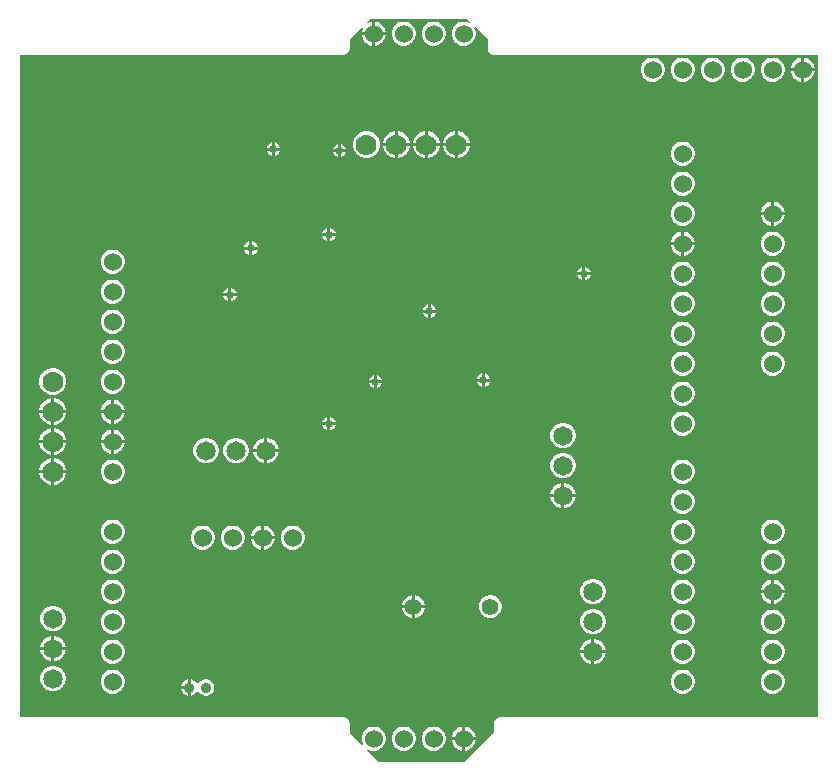
<source format=gbl>
G04*
G04 #@! TF.GenerationSoftware,Altium Limited,Altium Designer,24.3.1 (35)*
G04*
G04 Layer_Physical_Order=2*
G04 Layer_Color=16711680*
%FSLAX44Y44*%
%MOMM*%
G71*
G04*
G04 #@! TF.SameCoordinates,5EED45F6-1682-4EC0-A4BB-04ECB5DEF22F*
G04*
G04*
G04 #@! TF.FilePolarity,Positive*
G04*
G01*
G75*
%ADD38C,1.6500*%
%ADD39C,1.5240*%
%ADD40C,1.7780*%
%ADD41C,1.4080*%
%ADD42C,0.9000*%
%ADD43C,0.6350*%
G36*
X386529Y594206D02*
X385749Y593190D01*
X384922Y593668D01*
X382338Y594360D01*
X379662D01*
X377078Y593668D01*
X374762Y592330D01*
X372870Y590438D01*
X371532Y588122D01*
X370840Y585538D01*
Y582862D01*
X371532Y580278D01*
X372870Y577962D01*
X374762Y576070D01*
X377078Y574732D01*
X379662Y574040D01*
X382338D01*
X384922Y574732D01*
X387238Y576070D01*
X389130Y577962D01*
X390468Y580278D01*
X391160Y582862D01*
Y585538D01*
X390468Y588122D01*
X389990Y588949D01*
X391006Y589729D01*
X401221Y579515D01*
Y571500D01*
X401615Y569518D01*
X402738Y567837D01*
X404418Y566715D01*
X406400Y566320D01*
X680620D01*
Y5179D01*
X411480D01*
X409498Y4785D01*
X407817Y3663D01*
X406695Y1982D01*
X406301Y0D01*
Y-8015D01*
X381395Y-32920D01*
X309485D01*
X299271Y-22706D01*
X300051Y-21690D01*
X300878Y-22168D01*
X303462Y-22860D01*
X306138D01*
X308722Y-22168D01*
X311038Y-20830D01*
X312930Y-18938D01*
X314268Y-16622D01*
X314960Y-14038D01*
Y-11362D01*
X314268Y-8778D01*
X312930Y-6462D01*
X311038Y-4570D01*
X308722Y-3232D01*
X306138Y-2540D01*
X303462D01*
X300878Y-3232D01*
X298562Y-4570D01*
X296670Y-6462D01*
X295332Y-8778D01*
X294640Y-11362D01*
Y-14038D01*
X295332Y-16622D01*
X295810Y-17449D01*
X294794Y-18229D01*
X284580Y-8015D01*
Y0D01*
X284185Y1982D01*
X283062Y3663D01*
X281382Y4785D01*
X279400Y5179D01*
X5179D01*
Y566320D01*
X279400D01*
X281382Y566715D01*
X283062Y567837D01*
X284185Y569518D01*
X284580Y571500D01*
Y579515D01*
X294794Y589729D01*
X295810Y588949D01*
X295332Y588122D01*
X294640Y585538D01*
Y585470D01*
X303530D01*
Y594360D01*
X303462D01*
X300878Y593668D01*
X300051Y593190D01*
X299271Y594206D01*
X301865Y596800D01*
X383935D01*
X386529Y594206D01*
D02*
G37*
%LPC*%
G36*
X306138Y594360D02*
X306070D01*
Y585470D01*
X314960D01*
Y585538D01*
X314268Y588122D01*
X312930Y590438D01*
X311038Y592330D01*
X308722Y593668D01*
X306138Y594360D01*
D02*
G37*
G36*
X356938D02*
X354262D01*
X351678Y593668D01*
X349362Y592330D01*
X347470Y590438D01*
X346132Y588122D01*
X345440Y585538D01*
Y582862D01*
X346132Y580278D01*
X347470Y577962D01*
X349362Y576070D01*
X351678Y574732D01*
X354262Y574040D01*
X356938D01*
X359522Y574732D01*
X361838Y576070D01*
X363730Y577962D01*
X365068Y580278D01*
X365760Y582862D01*
Y585538D01*
X365068Y588122D01*
X363730Y590438D01*
X361838Y592330D01*
X359522Y593668D01*
X356938Y594360D01*
D02*
G37*
G36*
X331538D02*
X328862D01*
X326278Y593668D01*
X323962Y592330D01*
X322070Y590438D01*
X320732Y588122D01*
X320040Y585538D01*
Y582862D01*
X320732Y580278D01*
X322070Y577962D01*
X323962Y576070D01*
X326278Y574732D01*
X328862Y574040D01*
X331538D01*
X334122Y574732D01*
X336438Y576070D01*
X338330Y577962D01*
X339668Y580278D01*
X340360Y582862D01*
Y585538D01*
X339668Y588122D01*
X338330Y590438D01*
X336438Y592330D01*
X334122Y593668D01*
X331538Y594360D01*
D02*
G37*
G36*
X314960Y582930D02*
X306070D01*
Y574040D01*
X306138D01*
X308722Y574732D01*
X311038Y576070D01*
X312930Y577962D01*
X314268Y580278D01*
X314960Y582862D01*
Y582930D01*
D02*
G37*
G36*
X303530D02*
X294640D01*
Y582862D01*
X295332Y580278D01*
X296670Y577962D01*
X298562Y576070D01*
X300878Y574732D01*
X303462Y574040D01*
X303530D01*
Y582930D01*
D02*
G37*
G36*
X669358Y563880D02*
X669290D01*
Y554990D01*
X678180D01*
Y555058D01*
X677488Y557642D01*
X676150Y559958D01*
X674258Y561850D01*
X671942Y563188D01*
X669358Y563880D01*
D02*
G37*
G36*
X666750D02*
X666682D01*
X664098Y563188D01*
X661782Y561850D01*
X659890Y559958D01*
X658552Y557642D01*
X657860Y555058D01*
Y554990D01*
X666750D01*
Y563880D01*
D02*
G37*
G36*
X678180Y552450D02*
X669290D01*
Y543560D01*
X669358D01*
X671942Y544252D01*
X674258Y545590D01*
X676150Y547482D01*
X677488Y549798D01*
X678180Y552382D01*
Y552450D01*
D02*
G37*
G36*
X666750D02*
X657860D01*
Y552382D01*
X658552Y549798D01*
X659890Y547482D01*
X661782Y545590D01*
X664098Y544252D01*
X666682Y543560D01*
X666750D01*
Y552450D01*
D02*
G37*
G36*
X643958Y563880D02*
X641282D01*
X638698Y563188D01*
X636382Y561850D01*
X634490Y559958D01*
X633152Y557642D01*
X632460Y555058D01*
Y552382D01*
X633152Y549798D01*
X634490Y547482D01*
X636382Y545590D01*
X638698Y544252D01*
X641282Y543560D01*
X643958D01*
X646542Y544252D01*
X648858Y545590D01*
X650750Y547482D01*
X652088Y549798D01*
X652780Y552382D01*
Y555058D01*
X652088Y557642D01*
X650750Y559958D01*
X648858Y561850D01*
X646542Y563188D01*
X643958Y563880D01*
D02*
G37*
G36*
X618558D02*
X615882D01*
X613298Y563188D01*
X610982Y561850D01*
X609090Y559958D01*
X607752Y557642D01*
X607060Y555058D01*
Y552382D01*
X607752Y549798D01*
X609090Y547482D01*
X610982Y545590D01*
X613298Y544252D01*
X615882Y543560D01*
X618558D01*
X621142Y544252D01*
X623458Y545590D01*
X625350Y547482D01*
X626688Y549798D01*
X627380Y552382D01*
Y555058D01*
X626688Y557642D01*
X625350Y559958D01*
X623458Y561850D01*
X621142Y563188D01*
X618558Y563880D01*
D02*
G37*
G36*
X593158D02*
X590482D01*
X587898Y563188D01*
X585582Y561850D01*
X583690Y559958D01*
X582352Y557642D01*
X581660Y555058D01*
Y552382D01*
X582352Y549798D01*
X583690Y547482D01*
X585582Y545590D01*
X587898Y544252D01*
X590482Y543560D01*
X593158D01*
X595742Y544252D01*
X598058Y545590D01*
X599950Y547482D01*
X601288Y549798D01*
X601980Y552382D01*
Y555058D01*
X601288Y557642D01*
X599950Y559958D01*
X598058Y561850D01*
X595742Y563188D01*
X593158Y563880D01*
D02*
G37*
G36*
X567758D02*
X565082D01*
X562498Y563188D01*
X560182Y561850D01*
X558290Y559958D01*
X556952Y557642D01*
X556260Y555058D01*
Y552382D01*
X556952Y549798D01*
X558290Y547482D01*
X560182Y545590D01*
X562498Y544252D01*
X565082Y543560D01*
X567758D01*
X570342Y544252D01*
X572658Y545590D01*
X574550Y547482D01*
X575888Y549798D01*
X576580Y552382D01*
Y555058D01*
X575888Y557642D01*
X574550Y559958D01*
X572658Y561850D01*
X570342Y563188D01*
X567758Y563880D01*
D02*
G37*
G36*
X542358D02*
X539682D01*
X537098Y563188D01*
X534782Y561850D01*
X532890Y559958D01*
X531552Y557642D01*
X530860Y555058D01*
Y552382D01*
X531552Y549798D01*
X532890Y547482D01*
X534782Y545590D01*
X537098Y544252D01*
X539682Y543560D01*
X542358D01*
X544942Y544252D01*
X547258Y545590D01*
X549150Y547482D01*
X550488Y549798D01*
X551180Y552382D01*
Y555058D01*
X550488Y557642D01*
X549150Y559958D01*
X547258Y561850D01*
X544942Y563188D01*
X542358Y563880D01*
D02*
G37*
G36*
X376155Y501650D02*
X375920D01*
Y491490D01*
X386080D01*
Y491725D01*
X385301Y494632D01*
X383796Y497238D01*
X381668Y499366D01*
X379062Y500871D01*
X376155Y501650D01*
D02*
G37*
G36*
X373380D02*
X373145D01*
X370238Y500871D01*
X367632Y499366D01*
X365504Y497238D01*
X363999Y494632D01*
X363220Y491725D01*
Y491490D01*
X373380D01*
Y501650D01*
D02*
G37*
G36*
X350755D02*
X350520D01*
Y491490D01*
X360680D01*
Y491725D01*
X359901Y494632D01*
X358396Y497238D01*
X356268Y499366D01*
X353662Y500871D01*
X350755Y501650D01*
D02*
G37*
G36*
X347980D02*
X347745D01*
X344838Y500871D01*
X342232Y499366D01*
X340104Y497238D01*
X338599Y494632D01*
X337820Y491725D01*
Y491490D01*
X347980D01*
Y501650D01*
D02*
G37*
G36*
X325355D02*
X325120D01*
Y491490D01*
X335280D01*
Y491725D01*
X334501Y494632D01*
X332996Y497238D01*
X330868Y499366D01*
X328262Y500871D01*
X325355Y501650D01*
D02*
G37*
G36*
X322580D02*
X322345D01*
X319438Y500871D01*
X316832Y499366D01*
X314704Y497238D01*
X313199Y494632D01*
X312420Y491725D01*
Y491490D01*
X322580D01*
Y501650D01*
D02*
G37*
G36*
X220980Y492070D02*
Y487680D01*
X225370D01*
X224555Y489647D01*
X222947Y491255D01*
X220980Y492070D01*
D02*
G37*
G36*
X218440D02*
X216473Y491255D01*
X214865Y489647D01*
X214050Y487680D01*
X218440D01*
Y492070D01*
D02*
G37*
G36*
X276860Y490800D02*
Y486410D01*
X281250D01*
X280435Y488377D01*
X278827Y489985D01*
X276860Y490800D01*
D02*
G37*
G36*
X274320D02*
X272353Y489985D01*
X270745Y488377D01*
X269930Y486410D01*
X274320D01*
Y490800D01*
D02*
G37*
G36*
X225370Y485140D02*
X220980D01*
Y480750D01*
X222947Y481565D01*
X224555Y483173D01*
X225370Y485140D01*
D02*
G37*
G36*
X218440D02*
X214050D01*
X214865Y483173D01*
X216473Y481565D01*
X218440Y480750D01*
Y485140D01*
D02*
G37*
G36*
X281250Y483870D02*
X276860D01*
Y479480D01*
X278827Y480295D01*
X280435Y481903D01*
X281250Y483870D01*
D02*
G37*
G36*
X274320D02*
X269930D01*
X270745Y481903D01*
X272353Y480295D01*
X274320Y479480D01*
Y483870D01*
D02*
G37*
G36*
X386080Y488950D02*
X375920D01*
Y478790D01*
X376155D01*
X379062Y479569D01*
X381668Y481074D01*
X383796Y483202D01*
X385301Y485808D01*
X386080Y488715D01*
Y488950D01*
D02*
G37*
G36*
X373380D02*
X363220D01*
Y488715D01*
X363999Y485808D01*
X365504Y483202D01*
X367632Y481074D01*
X370238Y479569D01*
X373145Y478790D01*
X373380D01*
Y488950D01*
D02*
G37*
G36*
X360680D02*
X350520D01*
Y478790D01*
X350755D01*
X353662Y479569D01*
X356268Y481074D01*
X358396Y483202D01*
X359901Y485808D01*
X360680Y488715D01*
Y488950D01*
D02*
G37*
G36*
X347980D02*
X337820D01*
Y488715D01*
X338599Y485808D01*
X340104Y483202D01*
X342232Y481074D01*
X344838Y479569D01*
X347745Y478790D01*
X347980D01*
Y488950D01*
D02*
G37*
G36*
X335280D02*
X325120D01*
Y478790D01*
X325355D01*
X328262Y479569D01*
X330868Y481074D01*
X332996Y483202D01*
X334501Y485808D01*
X335280Y488715D01*
Y488950D01*
D02*
G37*
G36*
X322580D02*
X312420D01*
Y488715D01*
X313199Y485808D01*
X314704Y483202D01*
X316832Y481074D01*
X319438Y479569D01*
X322345Y478790D01*
X322580D01*
Y488950D01*
D02*
G37*
G36*
X299955Y501650D02*
X296945D01*
X294038Y500871D01*
X291432Y499366D01*
X289304Y497238D01*
X287799Y494632D01*
X287020Y491725D01*
Y488715D01*
X287799Y485808D01*
X289304Y483202D01*
X291432Y481074D01*
X294038Y479569D01*
X296945Y478790D01*
X299955D01*
X302862Y479569D01*
X305468Y481074D01*
X307596Y483202D01*
X309101Y485808D01*
X309880Y488715D01*
Y491725D01*
X309101Y494632D01*
X307596Y497238D01*
X305468Y499366D01*
X302862Y500871D01*
X299955Y501650D01*
D02*
G37*
G36*
X567758Y492760D02*
X565082D01*
X562498Y492068D01*
X560182Y490730D01*
X558290Y488838D01*
X556952Y486522D01*
X556260Y483938D01*
Y481262D01*
X556952Y478678D01*
X558290Y476362D01*
X560182Y474470D01*
X562498Y473132D01*
X565082Y472440D01*
X567758D01*
X570342Y473132D01*
X572658Y474470D01*
X574550Y476362D01*
X575888Y478678D01*
X576580Y481262D01*
Y483938D01*
X575888Y486522D01*
X574550Y488838D01*
X572658Y490730D01*
X570342Y492068D01*
X567758Y492760D01*
D02*
G37*
G36*
Y467360D02*
X565082D01*
X562498Y466668D01*
X560182Y465330D01*
X558290Y463438D01*
X556952Y461122D01*
X556260Y458538D01*
Y455862D01*
X556952Y453278D01*
X558290Y450962D01*
X560182Y449070D01*
X562498Y447732D01*
X565082Y447040D01*
X567758D01*
X570342Y447732D01*
X572658Y449070D01*
X574550Y450962D01*
X575888Y453278D01*
X576580Y455862D01*
Y458538D01*
X575888Y461122D01*
X574550Y463438D01*
X572658Y465330D01*
X570342Y466668D01*
X567758Y467360D01*
D02*
G37*
G36*
X643958Y441960D02*
X643890D01*
Y433070D01*
X652780D01*
Y433138D01*
X652088Y435722D01*
X650750Y438038D01*
X648858Y439930D01*
X646542Y441268D01*
X643958Y441960D01*
D02*
G37*
G36*
X641350D02*
X641282D01*
X638698Y441268D01*
X636382Y439930D01*
X634490Y438038D01*
X633152Y435722D01*
X632460Y433138D01*
Y433070D01*
X641350D01*
Y441960D01*
D02*
G37*
G36*
X652780Y430530D02*
X643890D01*
Y421640D01*
X643958D01*
X646542Y422332D01*
X648858Y423670D01*
X650750Y425562D01*
X652088Y427878D01*
X652780Y430462D01*
Y430530D01*
D02*
G37*
G36*
X641350D02*
X632460D01*
Y430462D01*
X633152Y427878D01*
X634490Y425562D01*
X636382Y423670D01*
X638698Y422332D01*
X641282Y421640D01*
X641350D01*
Y430530D01*
D02*
G37*
G36*
X567758Y441960D02*
X565082D01*
X562498Y441268D01*
X560182Y439930D01*
X558290Y438038D01*
X556952Y435722D01*
X556260Y433138D01*
Y430462D01*
X556952Y427878D01*
X558290Y425562D01*
X560182Y423670D01*
X562498Y422332D01*
X565082Y421640D01*
X567758D01*
X570342Y422332D01*
X572658Y423670D01*
X574550Y425562D01*
X575888Y427878D01*
X576580Y430462D01*
Y433138D01*
X575888Y435722D01*
X574550Y438038D01*
X572658Y439930D01*
X570342Y441268D01*
X567758Y441960D01*
D02*
G37*
G36*
X267970Y419680D02*
Y415290D01*
X272360D01*
X271545Y417257D01*
X269937Y418865D01*
X267970Y419680D01*
D02*
G37*
G36*
X265430D02*
X263463Y418865D01*
X261855Y417257D01*
X261040Y415290D01*
X265430D01*
Y419680D01*
D02*
G37*
G36*
X272360Y412750D02*
X267970D01*
Y408360D01*
X269937Y409175D01*
X271545Y410783D01*
X272360Y412750D01*
D02*
G37*
G36*
X265430D02*
X261040D01*
X261855Y410783D01*
X263463Y409175D01*
X265430Y408360D01*
Y412750D01*
D02*
G37*
G36*
X567758Y416560D02*
X567690D01*
Y407670D01*
X576580D01*
Y407738D01*
X575888Y410322D01*
X574550Y412638D01*
X572658Y414530D01*
X570342Y415868D01*
X567758Y416560D01*
D02*
G37*
G36*
X565150D02*
X565082D01*
X562498Y415868D01*
X560182Y414530D01*
X558290Y412638D01*
X556952Y410322D01*
X556260Y407738D01*
Y407670D01*
X565150D01*
Y416560D01*
D02*
G37*
G36*
X201930Y408250D02*
Y403860D01*
X206320D01*
X205505Y405827D01*
X203897Y407435D01*
X201930Y408250D01*
D02*
G37*
G36*
X199390D02*
X197423Y407435D01*
X195815Y405827D01*
X195000Y403860D01*
X199390D01*
Y408250D01*
D02*
G37*
G36*
X206320Y401320D02*
X201930D01*
Y396930D01*
X203897Y397745D01*
X205505Y399353D01*
X206320Y401320D01*
D02*
G37*
G36*
X199390D02*
X195000D01*
X195815Y399353D01*
X197423Y397745D01*
X199390Y396930D01*
Y401320D01*
D02*
G37*
G36*
X643958Y416560D02*
X641282D01*
X638698Y415868D01*
X636382Y414530D01*
X634490Y412638D01*
X633152Y410322D01*
X632460Y407738D01*
Y405062D01*
X633152Y402478D01*
X634490Y400162D01*
X636382Y398270D01*
X638698Y396932D01*
X641282Y396240D01*
X643958D01*
X646542Y396932D01*
X648858Y398270D01*
X650750Y400162D01*
X652088Y402478D01*
X652780Y405062D01*
Y407738D01*
X652088Y410322D01*
X650750Y412638D01*
X648858Y414530D01*
X646542Y415868D01*
X643958Y416560D01*
D02*
G37*
G36*
X576580Y405130D02*
X567690D01*
Y396240D01*
X567758D01*
X570342Y396932D01*
X572658Y398270D01*
X574550Y400162D01*
X575888Y402478D01*
X576580Y405062D01*
Y405130D01*
D02*
G37*
G36*
X565150D02*
X556260D01*
Y405062D01*
X556952Y402478D01*
X558290Y400162D01*
X560182Y398270D01*
X562498Y396932D01*
X565082Y396240D01*
X565150D01*
Y405130D01*
D02*
G37*
G36*
X483870Y386660D02*
Y382270D01*
X488260D01*
X487445Y384237D01*
X485837Y385845D01*
X483870Y386660D01*
D02*
G37*
G36*
X481330D02*
X479363Y385845D01*
X477755Y384237D01*
X476940Y382270D01*
X481330D01*
Y386660D01*
D02*
G37*
G36*
X85158Y401320D02*
X82482D01*
X79898Y400628D01*
X77582Y399290D01*
X75690Y397398D01*
X74352Y395082D01*
X73660Y392498D01*
Y389822D01*
X74352Y387238D01*
X75690Y384922D01*
X77582Y383030D01*
X79898Y381692D01*
X82482Y381000D01*
X85158D01*
X87742Y381692D01*
X90058Y383030D01*
X91950Y384922D01*
X93288Y387238D01*
X93980Y389822D01*
Y392498D01*
X93288Y395082D01*
X91950Y397398D01*
X90058Y399290D01*
X87742Y400628D01*
X85158Y401320D01*
D02*
G37*
G36*
X488260Y379730D02*
X483870D01*
Y375340D01*
X485837Y376155D01*
X487445Y377763D01*
X488260Y379730D01*
D02*
G37*
G36*
X481330D02*
X476940D01*
X477755Y377763D01*
X479363Y376155D01*
X481330Y375340D01*
Y379730D01*
D02*
G37*
G36*
X643958Y391160D02*
X641282D01*
X638698Y390468D01*
X636382Y389130D01*
X634490Y387238D01*
X633152Y384922D01*
X632460Y382338D01*
Y379662D01*
X633152Y377078D01*
X634490Y374762D01*
X636382Y372870D01*
X638698Y371532D01*
X641282Y370840D01*
X643958D01*
X646542Y371532D01*
X648858Y372870D01*
X650750Y374762D01*
X652088Y377078D01*
X652780Y379662D01*
Y382338D01*
X652088Y384922D01*
X650750Y387238D01*
X648858Y389130D01*
X646542Y390468D01*
X643958Y391160D01*
D02*
G37*
G36*
X567758D02*
X565082D01*
X562498Y390468D01*
X560182Y389130D01*
X558290Y387238D01*
X556952Y384922D01*
X556260Y382338D01*
Y379662D01*
X556952Y377078D01*
X558290Y374762D01*
X560182Y372870D01*
X562498Y371532D01*
X565082Y370840D01*
X567758D01*
X570342Y371532D01*
X572658Y372870D01*
X574550Y374762D01*
X575888Y377078D01*
X576580Y379662D01*
Y382338D01*
X575888Y384922D01*
X574550Y387238D01*
X572658Y389130D01*
X570342Y390468D01*
X567758Y391160D01*
D02*
G37*
G36*
X184150Y368880D02*
Y364490D01*
X188540D01*
X187725Y366457D01*
X186117Y368065D01*
X184150Y368880D01*
D02*
G37*
G36*
X181610D02*
X179643Y368065D01*
X178035Y366457D01*
X177220Y364490D01*
X181610D01*
Y368880D01*
D02*
G37*
G36*
X188540Y361950D02*
X184150D01*
Y357560D01*
X186117Y358375D01*
X187725Y359983D01*
X188540Y361950D01*
D02*
G37*
G36*
X181610D02*
X177220D01*
X178035Y359983D01*
X179643Y358375D01*
X181610Y357560D01*
Y361950D01*
D02*
G37*
G36*
X85158Y375920D02*
X82482D01*
X79898Y375228D01*
X77582Y373890D01*
X75690Y371998D01*
X74352Y369682D01*
X73660Y367098D01*
Y364422D01*
X74352Y361838D01*
X75690Y359522D01*
X77582Y357630D01*
X79898Y356292D01*
X82482Y355600D01*
X85158D01*
X87742Y356292D01*
X90058Y357630D01*
X91950Y359522D01*
X93288Y361838D01*
X93980Y364422D01*
Y367098D01*
X93288Y369682D01*
X91950Y371998D01*
X90058Y373890D01*
X87742Y375228D01*
X85158Y375920D01*
D02*
G37*
G36*
X353060Y354910D02*
Y350520D01*
X357450D01*
X356635Y352487D01*
X355027Y354095D01*
X353060Y354910D01*
D02*
G37*
G36*
X350520D02*
X348553Y354095D01*
X346945Y352487D01*
X346130Y350520D01*
X350520D01*
Y354910D01*
D02*
G37*
G36*
X643958Y365760D02*
X641282D01*
X638698Y365068D01*
X636382Y363730D01*
X634490Y361838D01*
X633152Y359522D01*
X632460Y356938D01*
Y354262D01*
X633152Y351678D01*
X634490Y349362D01*
X636382Y347470D01*
X638698Y346132D01*
X641282Y345440D01*
X643958D01*
X646542Y346132D01*
X648858Y347470D01*
X650750Y349362D01*
X652088Y351678D01*
X652780Y354262D01*
Y356938D01*
X652088Y359522D01*
X650750Y361838D01*
X648858Y363730D01*
X646542Y365068D01*
X643958Y365760D01*
D02*
G37*
G36*
X567758D02*
X565082D01*
X562498Y365068D01*
X560182Y363730D01*
X558290Y361838D01*
X556952Y359522D01*
X556260Y356938D01*
Y354262D01*
X556952Y351678D01*
X558290Y349362D01*
X560182Y347470D01*
X562498Y346132D01*
X565082Y345440D01*
X567758D01*
X570342Y346132D01*
X572658Y347470D01*
X574550Y349362D01*
X575888Y351678D01*
X576580Y354262D01*
Y356938D01*
X575888Y359522D01*
X574550Y361838D01*
X572658Y363730D01*
X570342Y365068D01*
X567758Y365760D01*
D02*
G37*
G36*
X357450Y347980D02*
X353060D01*
Y343590D01*
X355027Y344405D01*
X356635Y346013D01*
X357450Y347980D01*
D02*
G37*
G36*
X350520D02*
X346130D01*
X346945Y346013D01*
X348553Y344405D01*
X350520Y343590D01*
Y347980D01*
D02*
G37*
G36*
X85158Y350520D02*
X82482D01*
X79898Y349828D01*
X77582Y348490D01*
X75690Y346598D01*
X74352Y344282D01*
X73660Y341698D01*
Y339022D01*
X74352Y336438D01*
X75690Y334122D01*
X77582Y332230D01*
X79898Y330892D01*
X82482Y330200D01*
X85158D01*
X87742Y330892D01*
X90058Y332230D01*
X91950Y334122D01*
X93288Y336438D01*
X93980Y339022D01*
Y341698D01*
X93288Y344282D01*
X91950Y346598D01*
X90058Y348490D01*
X87742Y349828D01*
X85158Y350520D01*
D02*
G37*
G36*
X643958Y340360D02*
X641282D01*
X638698Y339668D01*
X636382Y338330D01*
X634490Y336438D01*
X633152Y334122D01*
X632460Y331538D01*
Y328862D01*
X633152Y326278D01*
X634490Y323962D01*
X636382Y322070D01*
X638698Y320732D01*
X641282Y320040D01*
X643958D01*
X646542Y320732D01*
X648858Y322070D01*
X650750Y323962D01*
X652088Y326278D01*
X652780Y328862D01*
Y331538D01*
X652088Y334122D01*
X650750Y336438D01*
X648858Y338330D01*
X646542Y339668D01*
X643958Y340360D01*
D02*
G37*
G36*
X567758D02*
X565082D01*
X562498Y339668D01*
X560182Y338330D01*
X558290Y336438D01*
X556952Y334122D01*
X556260Y331538D01*
Y328862D01*
X556952Y326278D01*
X558290Y323962D01*
X560182Y322070D01*
X562498Y320732D01*
X565082Y320040D01*
X567758D01*
X570342Y320732D01*
X572658Y322070D01*
X574550Y323962D01*
X575888Y326278D01*
X576580Y328862D01*
Y331538D01*
X575888Y334122D01*
X574550Y336438D01*
X572658Y338330D01*
X570342Y339668D01*
X567758Y340360D01*
D02*
G37*
G36*
X85158Y325120D02*
X82482D01*
X79898Y324428D01*
X77582Y323090D01*
X75690Y321198D01*
X74352Y318882D01*
X73660Y316298D01*
Y313622D01*
X74352Y311038D01*
X75690Y308722D01*
X77582Y306830D01*
X79898Y305492D01*
X82482Y304800D01*
X85158D01*
X87742Y305492D01*
X90058Y306830D01*
X91950Y308722D01*
X93288Y311038D01*
X93980Y313622D01*
Y316298D01*
X93288Y318882D01*
X91950Y321198D01*
X90058Y323090D01*
X87742Y324428D01*
X85158Y325120D01*
D02*
G37*
G36*
X643958Y314960D02*
X641282D01*
X638698Y314268D01*
X636382Y312930D01*
X634490Y311038D01*
X633152Y308722D01*
X632460Y306138D01*
Y303462D01*
X633152Y300878D01*
X634490Y298562D01*
X636382Y296670D01*
X638698Y295332D01*
X641282Y294640D01*
X643958D01*
X646542Y295332D01*
X648858Y296670D01*
X650750Y298562D01*
X652088Y300878D01*
X652780Y303462D01*
Y306138D01*
X652088Y308722D01*
X650750Y311038D01*
X648858Y312930D01*
X646542Y314268D01*
X643958Y314960D01*
D02*
G37*
G36*
X567758D02*
X565082D01*
X562498Y314268D01*
X560182Y312930D01*
X558290Y311038D01*
X556952Y308722D01*
X556260Y306138D01*
Y303462D01*
X556952Y300878D01*
X558290Y298562D01*
X560182Y296670D01*
X562498Y295332D01*
X565082Y294640D01*
X567758D01*
X570342Y295332D01*
X572658Y296670D01*
X574550Y298562D01*
X575888Y300878D01*
X576580Y303462D01*
Y306138D01*
X575888Y308722D01*
X574550Y311038D01*
X572658Y312930D01*
X570342Y314268D01*
X567758Y314960D01*
D02*
G37*
G36*
X398780Y296490D02*
Y292100D01*
X403170D01*
X402355Y294067D01*
X400747Y295675D01*
X398780Y296490D01*
D02*
G37*
G36*
X396240D02*
X394273Y295675D01*
X392665Y294067D01*
X391850Y292100D01*
X396240D01*
Y296490D01*
D02*
G37*
G36*
X307340Y295220D02*
Y290830D01*
X311730D01*
X310915Y292797D01*
X309307Y294405D01*
X307340Y295220D01*
D02*
G37*
G36*
X304800D02*
X302833Y294405D01*
X301225Y292797D01*
X300410Y290830D01*
X304800D01*
Y295220D01*
D02*
G37*
G36*
X403170Y289560D02*
X398780D01*
Y285170D01*
X400747Y285985D01*
X402355Y287593D01*
X403170Y289560D01*
D02*
G37*
G36*
X396240D02*
X391850D01*
X392665Y287593D01*
X394273Y285985D01*
X396240Y285170D01*
Y289560D01*
D02*
G37*
G36*
X311730Y288290D02*
X307340D01*
Y283900D01*
X309307Y284715D01*
X310915Y286323D01*
X311730Y288290D01*
D02*
G37*
G36*
X304800D02*
X300410D01*
X301225Y286323D01*
X302833Y284715D01*
X304800Y283900D01*
Y288290D01*
D02*
G37*
G36*
X85158Y299720D02*
X82482D01*
X79898Y299028D01*
X77582Y297690D01*
X75690Y295798D01*
X74352Y293482D01*
X73660Y290898D01*
Y288222D01*
X74352Y285638D01*
X75690Y283322D01*
X77582Y281430D01*
X79898Y280092D01*
X82482Y279400D01*
X85158D01*
X87742Y280092D01*
X90058Y281430D01*
X91950Y283322D01*
X93288Y285638D01*
X93980Y288222D01*
Y290898D01*
X93288Y293482D01*
X91950Y295798D01*
X90058Y297690D01*
X87742Y299028D01*
X85158Y299720D01*
D02*
G37*
G36*
X34525Y300990D02*
X31515D01*
X28608Y300211D01*
X26002Y298706D01*
X23874Y296578D01*
X22369Y293972D01*
X21590Y291065D01*
Y288055D01*
X22369Y285148D01*
X23874Y282542D01*
X26002Y280414D01*
X28608Y278909D01*
X31515Y278130D01*
X34525D01*
X37432Y278909D01*
X40038Y280414D01*
X42166Y282542D01*
X43671Y285148D01*
X44450Y288055D01*
Y291065D01*
X43671Y293972D01*
X42166Y296578D01*
X40038Y298706D01*
X37432Y300211D01*
X34525Y300990D01*
D02*
G37*
G36*
X567758Y289560D02*
X565082D01*
X562498Y288868D01*
X560182Y287530D01*
X558290Y285638D01*
X556952Y283322D01*
X556260Y280738D01*
Y278062D01*
X556952Y275478D01*
X558290Y273162D01*
X560182Y271270D01*
X562498Y269932D01*
X565082Y269240D01*
X567758D01*
X570342Y269932D01*
X572658Y271270D01*
X574550Y273162D01*
X575888Y275478D01*
X576580Y278062D01*
Y280738D01*
X575888Y283322D01*
X574550Y285638D01*
X572658Y287530D01*
X570342Y288868D01*
X567758Y289560D01*
D02*
G37*
G36*
X85158Y274320D02*
X85090D01*
Y265430D01*
X93980D01*
Y265498D01*
X93288Y268082D01*
X91950Y270398D01*
X90058Y272290D01*
X87742Y273628D01*
X85158Y274320D01*
D02*
G37*
G36*
X34525Y275590D02*
X34290D01*
Y265430D01*
X44450D01*
Y265665D01*
X43671Y268572D01*
X42166Y271178D01*
X40038Y273306D01*
X37432Y274811D01*
X34525Y275590D01*
D02*
G37*
G36*
X31750D02*
X31515D01*
X28608Y274811D01*
X26002Y273306D01*
X23874Y271178D01*
X22369Y268572D01*
X21590Y265665D01*
Y265430D01*
X31750D01*
Y275590D01*
D02*
G37*
G36*
X82550Y274320D02*
X82482D01*
X79898Y273628D01*
X77582Y272290D01*
X75690Y270398D01*
X74352Y268082D01*
X73660Y265498D01*
Y265430D01*
X82550D01*
Y274320D01*
D02*
G37*
G36*
X267970Y259660D02*
Y255270D01*
X272360D01*
X271545Y257237D01*
X269937Y258845D01*
X267970Y259660D01*
D02*
G37*
G36*
X265430D02*
X263463Y258845D01*
X261855Y257237D01*
X261040Y255270D01*
X265430D01*
Y259660D01*
D02*
G37*
G36*
X93980Y262890D02*
X85090D01*
Y254000D01*
X85158D01*
X87742Y254692D01*
X90058Y256030D01*
X91950Y257922D01*
X93288Y260238D01*
X93980Y262822D01*
Y262890D01*
D02*
G37*
G36*
X82550D02*
X73660D01*
Y262822D01*
X74352Y260238D01*
X75690Y257922D01*
X77582Y256030D01*
X79898Y254692D01*
X82482Y254000D01*
X82550D01*
Y262890D01*
D02*
G37*
G36*
X44450D02*
X34290D01*
Y252730D01*
X34525D01*
X37432Y253509D01*
X40038Y255014D01*
X42166Y257142D01*
X43671Y259748D01*
X44450Y262655D01*
Y262890D01*
D02*
G37*
G36*
X31750D02*
X21590D01*
Y262655D01*
X22369Y259748D01*
X23874Y257142D01*
X26002Y255014D01*
X28608Y253509D01*
X31515Y252730D01*
X31750D01*
Y262890D01*
D02*
G37*
G36*
X272360Y252730D02*
X267970D01*
Y248340D01*
X269937Y249155D01*
X271545Y250763D01*
X272360Y252730D01*
D02*
G37*
G36*
X265430D02*
X261040D01*
X261855Y250763D01*
X263463Y249155D01*
X265430Y248340D01*
Y252730D01*
D02*
G37*
G36*
X567758Y264160D02*
X565082D01*
X562498Y263468D01*
X560182Y262130D01*
X558290Y260238D01*
X556952Y257922D01*
X556260Y255338D01*
Y252662D01*
X556952Y250078D01*
X558290Y247762D01*
X560182Y245870D01*
X562498Y244532D01*
X565082Y243840D01*
X567758D01*
X570342Y244532D01*
X572658Y245870D01*
X574550Y247762D01*
X575888Y250078D01*
X576580Y252662D01*
Y255338D01*
X575888Y257922D01*
X574550Y260238D01*
X572658Y262130D01*
X570342Y263468D01*
X567758Y264160D01*
D02*
G37*
G36*
X85158Y248920D02*
X85090D01*
Y240030D01*
X93980D01*
Y240098D01*
X93288Y242682D01*
X91950Y244998D01*
X90058Y246890D01*
X87742Y248228D01*
X85158Y248920D01*
D02*
G37*
G36*
X34525Y250190D02*
X34290D01*
Y240030D01*
X44450D01*
Y240265D01*
X43671Y243172D01*
X42166Y245778D01*
X40038Y247906D01*
X37432Y249411D01*
X34525Y250190D01*
D02*
G37*
G36*
X31750D02*
X31515D01*
X28608Y249411D01*
X26002Y247906D01*
X23874Y245778D01*
X22369Y243172D01*
X21590Y240265D01*
Y240030D01*
X31750D01*
Y250190D01*
D02*
G37*
G36*
X82550Y248920D02*
X82482D01*
X79898Y248228D01*
X77582Y246890D01*
X75690Y244998D01*
X74352Y242682D01*
X73660Y240098D01*
Y240030D01*
X82550D01*
Y248920D01*
D02*
G37*
G36*
X466241Y254630D02*
X463400D01*
X460655Y253895D01*
X458195Y252474D01*
X456186Y250465D01*
X454765Y248005D01*
X454030Y245261D01*
Y242419D01*
X454765Y239675D01*
X456186Y237215D01*
X458195Y235206D01*
X460655Y233785D01*
X463400Y233050D01*
X466241D01*
X468985Y233785D01*
X471445Y235206D01*
X473454Y237215D01*
X474875Y239675D01*
X475610Y242419D01*
Y245261D01*
X474875Y248005D01*
X473454Y250465D01*
X471445Y252474D01*
X468985Y253895D01*
X466241Y254630D01*
D02*
G37*
G36*
X214781Y241930D02*
X214630D01*
Y232410D01*
X224150D01*
Y232561D01*
X223415Y235305D01*
X221994Y237765D01*
X219985Y239774D01*
X217525Y241195D01*
X214781Y241930D01*
D02*
G37*
G36*
X212090D02*
X211940D01*
X209195Y241195D01*
X206735Y239774D01*
X204726Y237765D01*
X203305Y235305D01*
X202570Y232561D01*
Y232410D01*
X212090D01*
Y241930D01*
D02*
G37*
G36*
X93980Y237490D02*
X85090D01*
Y228600D01*
X85158D01*
X87742Y229292D01*
X90058Y230630D01*
X91950Y232522D01*
X93288Y234838D01*
X93980Y237422D01*
Y237490D01*
D02*
G37*
G36*
X82550D02*
X73660D01*
Y237422D01*
X74352Y234838D01*
X75690Y232522D01*
X77582Y230630D01*
X79898Y229292D01*
X82482Y228600D01*
X82550D01*
Y237490D01*
D02*
G37*
G36*
X44450D02*
X34290D01*
Y227330D01*
X34525D01*
X37432Y228109D01*
X40038Y229614D01*
X42166Y231742D01*
X43671Y234348D01*
X44450Y237255D01*
Y237490D01*
D02*
G37*
G36*
X31750D02*
X21590D01*
Y237255D01*
X22369Y234348D01*
X23874Y231742D01*
X26002Y229614D01*
X28608Y228109D01*
X31515Y227330D01*
X31750D01*
Y237490D01*
D02*
G37*
G36*
X224150Y229870D02*
X214630D01*
Y220350D01*
X214781D01*
X217525Y221085D01*
X219985Y222506D01*
X221994Y224515D01*
X223415Y226975D01*
X224150Y229720D01*
Y229870D01*
D02*
G37*
G36*
X212090D02*
X202570D01*
Y229720D01*
X203305Y226975D01*
X204726Y224515D01*
X206735Y222506D01*
X209195Y221085D01*
X211940Y220350D01*
X212090D01*
Y229870D01*
D02*
G37*
G36*
X189380Y241930D02*
X186539D01*
X183795Y241195D01*
X181335Y239774D01*
X179326Y237765D01*
X177905Y235305D01*
X177170Y232561D01*
Y229720D01*
X177905Y226975D01*
X179326Y224515D01*
X181335Y222506D01*
X183795Y221085D01*
X186539Y220350D01*
X189380D01*
X192125Y221085D01*
X194585Y222506D01*
X196594Y224515D01*
X198015Y226975D01*
X198750Y229720D01*
Y232561D01*
X198015Y235305D01*
X196594Y237765D01*
X194585Y239774D01*
X192125Y241195D01*
X189380Y241930D01*
D02*
G37*
G36*
X163981D02*
X161140D01*
X158395Y241195D01*
X155935Y239774D01*
X153926Y237765D01*
X152505Y235305D01*
X151770Y232561D01*
Y229720D01*
X152505Y226975D01*
X153926Y224515D01*
X155935Y222506D01*
X158395Y221085D01*
X161140Y220350D01*
X163981D01*
X166725Y221085D01*
X169185Y222506D01*
X171194Y224515D01*
X172615Y226975D01*
X173350Y229720D01*
Y232561D01*
X172615Y235305D01*
X171194Y237765D01*
X169185Y239774D01*
X166725Y241195D01*
X163981Y241930D01*
D02*
G37*
G36*
X34525Y224790D02*
X34290D01*
Y214630D01*
X44450D01*
Y214865D01*
X43671Y217772D01*
X42166Y220378D01*
X40038Y222506D01*
X37432Y224011D01*
X34525Y224790D01*
D02*
G37*
G36*
X31750D02*
X31515D01*
X28608Y224011D01*
X26002Y222506D01*
X23874Y220378D01*
X22369Y217772D01*
X21590Y214865D01*
Y214630D01*
X31750D01*
Y224790D01*
D02*
G37*
G36*
X466241Y229230D02*
X463400D01*
X460655Y228495D01*
X458195Y227074D01*
X456186Y225065D01*
X454765Y222605D01*
X454030Y219860D01*
Y217020D01*
X454765Y214275D01*
X456186Y211815D01*
X458195Y209806D01*
X460655Y208385D01*
X463400Y207650D01*
X466241D01*
X468985Y208385D01*
X471445Y209806D01*
X473454Y211815D01*
X474875Y214275D01*
X475610Y217020D01*
Y219860D01*
X474875Y222605D01*
X473454Y225065D01*
X471445Y227074D01*
X468985Y228495D01*
X466241Y229230D01*
D02*
G37*
G36*
X567758Y223520D02*
X565082D01*
X562498Y222828D01*
X560182Y221490D01*
X558290Y219598D01*
X556952Y217282D01*
X556260Y214698D01*
Y212022D01*
X556952Y209438D01*
X558290Y207122D01*
X560182Y205230D01*
X562498Y203892D01*
X565082Y203200D01*
X567758D01*
X570342Y203892D01*
X572658Y205230D01*
X574550Y207122D01*
X575888Y209438D01*
X576580Y212022D01*
Y214698D01*
X575888Y217282D01*
X574550Y219598D01*
X572658Y221490D01*
X570342Y222828D01*
X567758Y223520D01*
D02*
G37*
G36*
X85158D02*
X82482D01*
X79898Y222828D01*
X77582Y221490D01*
X75690Y219598D01*
X74352Y217282D01*
X73660Y214698D01*
Y212022D01*
X74352Y209438D01*
X75690Y207122D01*
X77582Y205230D01*
X79898Y203892D01*
X82482Y203200D01*
X85158D01*
X87742Y203892D01*
X90058Y205230D01*
X91950Y207122D01*
X93288Y209438D01*
X93980Y212022D01*
Y214698D01*
X93288Y217282D01*
X91950Y219598D01*
X90058Y221490D01*
X87742Y222828D01*
X85158Y223520D01*
D02*
G37*
G36*
X44450Y212090D02*
X34290D01*
Y201930D01*
X34525D01*
X37432Y202709D01*
X40038Y204214D01*
X42166Y206342D01*
X43671Y208948D01*
X44450Y211855D01*
Y212090D01*
D02*
G37*
G36*
X31750D02*
X21590D01*
Y211855D01*
X22369Y208948D01*
X23874Y206342D01*
X26002Y204214D01*
X28608Y202709D01*
X31515Y201930D01*
X31750D01*
Y212090D01*
D02*
G37*
G36*
X466241Y203830D02*
X466090D01*
Y194310D01*
X475610D01*
Y194461D01*
X474875Y197205D01*
X473454Y199665D01*
X471445Y201674D01*
X468985Y203095D01*
X466241Y203830D01*
D02*
G37*
G36*
X463550D02*
X463400D01*
X460655Y203095D01*
X458195Y201674D01*
X456186Y199665D01*
X454765Y197205D01*
X454030Y194461D01*
Y194310D01*
X463550D01*
Y203830D01*
D02*
G37*
G36*
X475610Y191770D02*
X466090D01*
Y182250D01*
X466241D01*
X468985Y182985D01*
X471445Y184406D01*
X473454Y186415D01*
X474875Y188875D01*
X475610Y191619D01*
Y191770D01*
D02*
G37*
G36*
X463550D02*
X454030D01*
Y191619D01*
X454765Y188875D01*
X456186Y186415D01*
X458195Y184406D01*
X460655Y182985D01*
X463400Y182250D01*
X463550D01*
Y191770D01*
D02*
G37*
G36*
X567758Y198120D02*
X565082D01*
X562498Y197428D01*
X560182Y196090D01*
X558290Y194198D01*
X556952Y191882D01*
X556260Y189298D01*
Y186622D01*
X556952Y184038D01*
X558290Y181722D01*
X560182Y179830D01*
X562498Y178492D01*
X565082Y177800D01*
X567758D01*
X570342Y178492D01*
X572658Y179830D01*
X574550Y181722D01*
X575888Y184038D01*
X576580Y186622D01*
Y189298D01*
X575888Y191882D01*
X574550Y194198D01*
X572658Y196090D01*
X570342Y197428D01*
X567758Y198120D01*
D02*
G37*
G36*
X212158Y167640D02*
X212090D01*
Y158750D01*
X220980D01*
Y158818D01*
X220288Y161402D01*
X218950Y163718D01*
X217058Y165610D01*
X214742Y166948D01*
X212158Y167640D01*
D02*
G37*
G36*
X209550D02*
X209482D01*
X206898Y166948D01*
X204582Y165610D01*
X202690Y163718D01*
X201352Y161402D01*
X200660Y158818D01*
Y158750D01*
X209550D01*
Y167640D01*
D02*
G37*
G36*
X643958Y172720D02*
X641282D01*
X638698Y172028D01*
X636382Y170690D01*
X634490Y168798D01*
X633152Y166482D01*
X632460Y163898D01*
Y161222D01*
X633152Y158638D01*
X634490Y156322D01*
X636382Y154430D01*
X638698Y153092D01*
X641282Y152400D01*
X643958D01*
X646542Y153092D01*
X648858Y154430D01*
X650750Y156322D01*
X652088Y158638D01*
X652780Y161222D01*
Y163898D01*
X652088Y166482D01*
X650750Y168798D01*
X648858Y170690D01*
X646542Y172028D01*
X643958Y172720D01*
D02*
G37*
G36*
X567758D02*
X565082D01*
X562498Y172028D01*
X560182Y170690D01*
X558290Y168798D01*
X556952Y166482D01*
X556260Y163898D01*
Y161222D01*
X556952Y158638D01*
X558290Y156322D01*
X560182Y154430D01*
X562498Y153092D01*
X565082Y152400D01*
X567758D01*
X570342Y153092D01*
X572658Y154430D01*
X574550Y156322D01*
X575888Y158638D01*
X576580Y161222D01*
Y163898D01*
X575888Y166482D01*
X574550Y168798D01*
X572658Y170690D01*
X570342Y172028D01*
X567758Y172720D01*
D02*
G37*
G36*
X85158D02*
X82482D01*
X79898Y172028D01*
X77582Y170690D01*
X75690Y168798D01*
X74352Y166482D01*
X73660Y163898D01*
Y161222D01*
X74352Y158638D01*
X75690Y156322D01*
X77582Y154430D01*
X79898Y153092D01*
X82482Y152400D01*
X85158D01*
X87742Y153092D01*
X90058Y154430D01*
X91950Y156322D01*
X93288Y158638D01*
X93980Y161222D01*
Y163898D01*
X93288Y166482D01*
X91950Y168798D01*
X90058Y170690D01*
X87742Y172028D01*
X85158Y172720D01*
D02*
G37*
G36*
X237558Y167640D02*
X234882D01*
X232298Y166948D01*
X229982Y165610D01*
X228090Y163718D01*
X226752Y161402D01*
X226060Y158818D01*
Y156142D01*
X226752Y153558D01*
X228090Y151242D01*
X229982Y149350D01*
X232298Y148012D01*
X234882Y147320D01*
X237558D01*
X240142Y148012D01*
X242458Y149350D01*
X244350Y151242D01*
X245688Y153558D01*
X246380Y156142D01*
Y158818D01*
X245688Y161402D01*
X244350Y163718D01*
X242458Y165610D01*
X240142Y166948D01*
X237558Y167640D01*
D02*
G37*
G36*
X220980Y156210D02*
X212090D01*
Y147320D01*
X212158D01*
X214742Y148012D01*
X217058Y149350D01*
X218950Y151242D01*
X220288Y153558D01*
X220980Y156142D01*
Y156210D01*
D02*
G37*
G36*
X209550D02*
X200660D01*
Y156142D01*
X201352Y153558D01*
X202690Y151242D01*
X204582Y149350D01*
X206898Y148012D01*
X209482Y147320D01*
X209550D01*
Y156210D01*
D02*
G37*
G36*
X186758Y167640D02*
X184082D01*
X181498Y166948D01*
X179182Y165610D01*
X177290Y163718D01*
X175952Y161402D01*
X175260Y158818D01*
Y156142D01*
X175952Y153558D01*
X177290Y151242D01*
X179182Y149350D01*
X181498Y148012D01*
X184082Y147320D01*
X186758D01*
X189342Y148012D01*
X191658Y149350D01*
X193550Y151242D01*
X194888Y153558D01*
X195580Y156142D01*
Y158818D01*
X194888Y161402D01*
X193550Y163718D01*
X191658Y165610D01*
X189342Y166948D01*
X186758Y167640D01*
D02*
G37*
G36*
X161358D02*
X158682D01*
X156098Y166948D01*
X153782Y165610D01*
X151890Y163718D01*
X150552Y161402D01*
X149860Y158818D01*
Y156142D01*
X150552Y153558D01*
X151890Y151242D01*
X153782Y149350D01*
X156098Y148012D01*
X158682Y147320D01*
X161358D01*
X163942Y148012D01*
X166258Y149350D01*
X168150Y151242D01*
X169488Y153558D01*
X170180Y156142D01*
Y158818D01*
X169488Y161402D01*
X168150Y163718D01*
X166258Y165610D01*
X163942Y166948D01*
X161358Y167640D01*
D02*
G37*
G36*
X643958Y147320D02*
X641282D01*
X638698Y146628D01*
X636382Y145290D01*
X634490Y143398D01*
X633152Y141082D01*
X632460Y138498D01*
Y135822D01*
X633152Y133238D01*
X634490Y130922D01*
X636382Y129030D01*
X638698Y127692D01*
X641282Y127000D01*
X643958D01*
X646542Y127692D01*
X648858Y129030D01*
X650750Y130922D01*
X652088Y133238D01*
X652780Y135822D01*
Y138498D01*
X652088Y141082D01*
X650750Y143398D01*
X648858Y145290D01*
X646542Y146628D01*
X643958Y147320D01*
D02*
G37*
G36*
X567758D02*
X565082D01*
X562498Y146628D01*
X560182Y145290D01*
X558290Y143398D01*
X556952Y141082D01*
X556260Y138498D01*
Y135822D01*
X556952Y133238D01*
X558290Y130922D01*
X560182Y129030D01*
X562498Y127692D01*
X565082Y127000D01*
X567758D01*
X570342Y127692D01*
X572658Y129030D01*
X574550Y130922D01*
X575888Y133238D01*
X576580Y135822D01*
Y138498D01*
X575888Y141082D01*
X574550Y143398D01*
X572658Y145290D01*
X570342Y146628D01*
X567758Y147320D01*
D02*
G37*
G36*
X85158D02*
X82482D01*
X79898Y146628D01*
X77582Y145290D01*
X75690Y143398D01*
X74352Y141082D01*
X73660Y138498D01*
Y135822D01*
X74352Y133238D01*
X75690Y130922D01*
X77582Y129030D01*
X79898Y127692D01*
X82482Y127000D01*
X85158D01*
X87742Y127692D01*
X90058Y129030D01*
X91950Y130922D01*
X93288Y133238D01*
X93980Y135822D01*
Y138498D01*
X93288Y141082D01*
X91950Y143398D01*
X90058Y145290D01*
X87742Y146628D01*
X85158Y147320D01*
D02*
G37*
G36*
X643958Y121920D02*
X643890D01*
Y113030D01*
X652780D01*
Y113098D01*
X652088Y115682D01*
X650750Y117998D01*
X648858Y119890D01*
X646542Y121228D01*
X643958Y121920D01*
D02*
G37*
G36*
X641350D02*
X641282D01*
X638698Y121228D01*
X636382Y119890D01*
X634490Y117998D01*
X633152Y115682D01*
X632460Y113098D01*
Y113030D01*
X641350D01*
Y121920D01*
D02*
G37*
G36*
X652780Y110490D02*
X643890D01*
Y101600D01*
X643958D01*
X646542Y102292D01*
X648858Y103630D01*
X650750Y105522D01*
X652088Y107838D01*
X652780Y110422D01*
Y110490D01*
D02*
G37*
G36*
X641350D02*
X632460D01*
Y110422D01*
X633152Y107838D01*
X634490Y105522D01*
X636382Y103630D01*
X638698Y102292D01*
X641282Y101600D01*
X641350D01*
Y110490D01*
D02*
G37*
G36*
X567758Y121920D02*
X565082D01*
X562498Y121228D01*
X560182Y119890D01*
X558290Y117998D01*
X556952Y115682D01*
X556260Y113098D01*
Y110422D01*
X556952Y107838D01*
X558290Y105522D01*
X560182Y103630D01*
X562498Y102292D01*
X565082Y101600D01*
X567758D01*
X570342Y102292D01*
X572658Y103630D01*
X574550Y105522D01*
X575888Y107838D01*
X576580Y110422D01*
Y113098D01*
X575888Y115682D01*
X574550Y117998D01*
X572658Y119890D01*
X570342Y121228D01*
X567758Y121920D01*
D02*
G37*
G36*
X85158D02*
X82482D01*
X79898Y121228D01*
X77582Y119890D01*
X75690Y117998D01*
X74352Y115682D01*
X73660Y113098D01*
Y110422D01*
X74352Y107838D01*
X75690Y105522D01*
X77582Y103630D01*
X79898Y102292D01*
X82482Y101600D01*
X85158D01*
X87742Y102292D01*
X90058Y103630D01*
X91950Y105522D01*
X93288Y107838D01*
X93980Y110422D01*
Y113098D01*
X93288Y115682D01*
X91950Y117998D01*
X90058Y119890D01*
X87742Y121228D01*
X85158Y121920D01*
D02*
G37*
G36*
X491641Y122550D02*
X488800D01*
X486055Y121815D01*
X483595Y120394D01*
X481586Y118385D01*
X480165Y115925D01*
X479430Y113181D01*
Y110339D01*
X480165Y107595D01*
X481586Y105135D01*
X483595Y103126D01*
X486055Y101705D01*
X488800Y100970D01*
X491641D01*
X494385Y101705D01*
X496845Y103126D01*
X498854Y105135D01*
X500275Y107595D01*
X501010Y110339D01*
Y113181D01*
X500275Y115925D01*
X498854Y118385D01*
X496845Y120394D01*
X494385Y121815D01*
X491641Y122550D01*
D02*
G37*
G36*
X339610Y108638D02*
Y100330D01*
X347918D01*
X347267Y102758D01*
X346006Y104942D01*
X344222Y106726D01*
X342038Y107987D01*
X339610Y108638D01*
D02*
G37*
G36*
X337070D02*
X334642Y107987D01*
X332458Y106726D01*
X330674Y104942D01*
X329413Y102758D01*
X328762Y100330D01*
X337070D01*
Y108638D01*
D02*
G37*
G36*
X347918Y97790D02*
X339610D01*
Y89482D01*
X342038Y90133D01*
X344222Y91394D01*
X346006Y93178D01*
X347267Y95362D01*
X347918Y97790D01*
D02*
G37*
G36*
X337070D02*
X328762D01*
X329413Y95362D01*
X330674Y93178D01*
X332458Y91394D01*
X334642Y90133D01*
X337070Y89482D01*
Y97790D01*
D02*
G37*
G36*
X404601Y108640D02*
X402079D01*
X399642Y107987D01*
X397458Y106726D01*
X395674Y104942D01*
X394413Y102758D01*
X393760Y100321D01*
Y97799D01*
X394413Y95362D01*
X395674Y93178D01*
X397458Y91394D01*
X399642Y90133D01*
X402079Y89480D01*
X404601D01*
X407038Y90133D01*
X409222Y91394D01*
X411006Y93178D01*
X412267Y95362D01*
X412920Y97799D01*
Y100321D01*
X412267Y102758D01*
X411006Y104942D01*
X409222Y106726D01*
X407038Y107987D01*
X404601Y108640D01*
D02*
G37*
G36*
X34441Y99690D02*
X31600D01*
X28855Y98955D01*
X26395Y97534D01*
X24386Y95525D01*
X22965Y93065D01*
X22230Y90321D01*
Y87479D01*
X22965Y84735D01*
X24386Y82275D01*
X26395Y80266D01*
X28855Y78845D01*
X31600Y78110D01*
X34441D01*
X37185Y78845D01*
X39645Y80266D01*
X41654Y82275D01*
X43075Y84735D01*
X43810Y87479D01*
Y90321D01*
X43075Y93065D01*
X41654Y95525D01*
X39645Y97534D01*
X37185Y98955D01*
X34441Y99690D01*
D02*
G37*
G36*
X643958Y96520D02*
X641282D01*
X638698Y95828D01*
X636382Y94490D01*
X634490Y92598D01*
X633152Y90282D01*
X632460Y87698D01*
Y85022D01*
X633152Y82438D01*
X634490Y80122D01*
X636382Y78230D01*
X638698Y76892D01*
X641282Y76200D01*
X643958D01*
X646542Y76892D01*
X648858Y78230D01*
X650750Y80122D01*
X652088Y82438D01*
X652780Y85022D01*
Y87698D01*
X652088Y90282D01*
X650750Y92598D01*
X648858Y94490D01*
X646542Y95828D01*
X643958Y96520D01*
D02*
G37*
G36*
X567758D02*
X565082D01*
X562498Y95828D01*
X560182Y94490D01*
X558290Y92598D01*
X556952Y90282D01*
X556260Y87698D01*
Y85022D01*
X556952Y82438D01*
X558290Y80122D01*
X560182Y78230D01*
X562498Y76892D01*
X565082Y76200D01*
X567758D01*
X570342Y76892D01*
X572658Y78230D01*
X574550Y80122D01*
X575888Y82438D01*
X576580Y85022D01*
Y87698D01*
X575888Y90282D01*
X574550Y92598D01*
X572658Y94490D01*
X570342Y95828D01*
X567758Y96520D01*
D02*
G37*
G36*
X85158D02*
X82482D01*
X79898Y95828D01*
X77582Y94490D01*
X75690Y92598D01*
X74352Y90282D01*
X73660Y87698D01*
Y85022D01*
X74352Y82438D01*
X75690Y80122D01*
X77582Y78230D01*
X79898Y76892D01*
X82482Y76200D01*
X85158D01*
X87742Y76892D01*
X90058Y78230D01*
X91950Y80122D01*
X93288Y82438D01*
X93980Y85022D01*
Y87698D01*
X93288Y90282D01*
X91950Y92598D01*
X90058Y94490D01*
X87742Y95828D01*
X85158Y96520D01*
D02*
G37*
G36*
X491641Y97150D02*
X488800D01*
X486055Y96415D01*
X483595Y94994D01*
X481586Y92985D01*
X480165Y90525D01*
X479430Y87781D01*
Y84939D01*
X480165Y82195D01*
X481586Y79735D01*
X483595Y77726D01*
X486055Y76305D01*
X488800Y75570D01*
X491641D01*
X494385Y76305D01*
X496845Y77726D01*
X498854Y79735D01*
X500275Y82195D01*
X501010Y84939D01*
Y87781D01*
X500275Y90525D01*
X498854Y92985D01*
X496845Y94994D01*
X494385Y96415D01*
X491641Y97150D01*
D02*
G37*
G36*
X34441Y74290D02*
X34290D01*
Y64770D01*
X43810D01*
Y64921D01*
X43075Y67665D01*
X41654Y70125D01*
X39645Y72134D01*
X37185Y73555D01*
X34441Y74290D01*
D02*
G37*
G36*
X31750D02*
X31600D01*
X28855Y73555D01*
X26395Y72134D01*
X24386Y70125D01*
X22965Y67665D01*
X22230Y64921D01*
Y64770D01*
X31750D01*
Y74290D01*
D02*
G37*
G36*
X491641Y71750D02*
X491490D01*
Y62230D01*
X501010D01*
Y62380D01*
X500275Y65125D01*
X498854Y67585D01*
X496845Y69594D01*
X494385Y71015D01*
X491641Y71750D01*
D02*
G37*
G36*
X488950D02*
X488800D01*
X486055Y71015D01*
X483595Y69594D01*
X481586Y67585D01*
X480165Y65125D01*
X479430Y62380D01*
Y62230D01*
X488950D01*
Y71750D01*
D02*
G37*
G36*
X43810Y62230D02*
X34290D01*
Y52710D01*
X34441D01*
X37185Y53445D01*
X39645Y54866D01*
X41654Y56875D01*
X43075Y59335D01*
X43810Y62080D01*
Y62230D01*
D02*
G37*
G36*
X31750D02*
X22230D01*
Y62080D01*
X22965Y59335D01*
X24386Y56875D01*
X26395Y54866D01*
X28855Y53445D01*
X31600Y52710D01*
X31750D01*
Y62230D01*
D02*
G37*
G36*
X643958Y71120D02*
X641282D01*
X638698Y70428D01*
X636382Y69090D01*
X634490Y67198D01*
X633152Y64882D01*
X632460Y62298D01*
Y59622D01*
X633152Y57038D01*
X634490Y54722D01*
X636382Y52830D01*
X638698Y51492D01*
X641282Y50800D01*
X643958D01*
X646542Y51492D01*
X648858Y52830D01*
X650750Y54722D01*
X652088Y57038D01*
X652780Y59622D01*
Y62298D01*
X652088Y64882D01*
X650750Y67198D01*
X648858Y69090D01*
X646542Y70428D01*
X643958Y71120D01*
D02*
G37*
G36*
X567758D02*
X565082D01*
X562498Y70428D01*
X560182Y69090D01*
X558290Y67198D01*
X556952Y64882D01*
X556260Y62298D01*
Y59622D01*
X556952Y57038D01*
X558290Y54722D01*
X560182Y52830D01*
X562498Y51492D01*
X565082Y50800D01*
X567758D01*
X570342Y51492D01*
X572658Y52830D01*
X574550Y54722D01*
X575888Y57038D01*
X576580Y59622D01*
Y62298D01*
X575888Y64882D01*
X574550Y67198D01*
X572658Y69090D01*
X570342Y70428D01*
X567758Y71120D01*
D02*
G37*
G36*
X85158D02*
X82482D01*
X79898Y70428D01*
X77582Y69090D01*
X75690Y67198D01*
X74352Y64882D01*
X73660Y62298D01*
Y59622D01*
X74352Y57038D01*
X75690Y54722D01*
X77582Y52830D01*
X79898Y51492D01*
X82482Y50800D01*
X85158D01*
X87742Y51492D01*
X90058Y52830D01*
X91950Y54722D01*
X93288Y57038D01*
X93980Y59622D01*
Y62298D01*
X93288Y64882D01*
X91950Y67198D01*
X90058Y69090D01*
X87742Y70428D01*
X85158Y71120D01*
D02*
G37*
G36*
X501010Y59690D02*
X491490D01*
Y50170D01*
X491641D01*
X494385Y50905D01*
X496845Y52326D01*
X498854Y54335D01*
X500275Y56795D01*
X501010Y59539D01*
Y59690D01*
D02*
G37*
G36*
X488950D02*
X479430D01*
Y59539D01*
X480165Y56795D01*
X481586Y54335D01*
X483595Y52326D01*
X486055Y50905D01*
X488800Y50170D01*
X488950D01*
Y59690D01*
D02*
G37*
G36*
X163487Y37520D02*
X161633D01*
X159843Y37040D01*
X158237Y36113D01*
X156927Y34803D01*
X156257Y33643D01*
X156214Y33626D01*
X154907D01*
X154863Y33643D01*
X154193Y34803D01*
X152883Y36113D01*
X151277Y37040D01*
X149830Y37428D01*
Y30480D01*
Y23532D01*
X151277Y23920D01*
X152883Y24847D01*
X154193Y26157D01*
X154863Y27317D01*
X154907Y27334D01*
X156214D01*
X156257Y27317D01*
X156927Y26157D01*
X158237Y24847D01*
X159843Y23920D01*
X161633Y23440D01*
X163487D01*
X165277Y23920D01*
X166883Y24847D01*
X168193Y26157D01*
X169120Y27763D01*
X169600Y29553D01*
Y31407D01*
X169120Y33197D01*
X168193Y34803D01*
X166883Y36113D01*
X165277Y37040D01*
X163487Y37520D01*
D02*
G37*
G36*
X147290Y37428D02*
X145843Y37040D01*
X144237Y36113D01*
X142927Y34803D01*
X142000Y33197D01*
X141612Y31750D01*
X147290D01*
Y37428D01*
D02*
G37*
G36*
X34441Y48890D02*
X31600D01*
X28855Y48155D01*
X26395Y46734D01*
X24386Y44725D01*
X22965Y42265D01*
X22230Y39520D01*
Y36679D01*
X22965Y33935D01*
X24386Y31475D01*
X26395Y29466D01*
X28855Y28045D01*
X31600Y27310D01*
X34441D01*
X37185Y28045D01*
X39645Y29466D01*
X41654Y31475D01*
X43075Y33935D01*
X43810Y36679D01*
Y39520D01*
X43075Y42265D01*
X41654Y44725D01*
X39645Y46734D01*
X37185Y48155D01*
X34441Y48890D01*
D02*
G37*
G36*
X643958Y45720D02*
X641282D01*
X638698Y45028D01*
X636382Y43690D01*
X634490Y41798D01*
X633152Y39482D01*
X632460Y36898D01*
Y34222D01*
X633152Y31638D01*
X634490Y29322D01*
X636382Y27430D01*
X638698Y26092D01*
X641282Y25400D01*
X643958D01*
X646542Y26092D01*
X648858Y27430D01*
X650750Y29322D01*
X652088Y31638D01*
X652780Y34222D01*
Y36898D01*
X652088Y39482D01*
X650750Y41798D01*
X648858Y43690D01*
X646542Y45028D01*
X643958Y45720D01*
D02*
G37*
G36*
X567758D02*
X565082D01*
X562498Y45028D01*
X560182Y43690D01*
X558290Y41798D01*
X556952Y39482D01*
X556260Y36898D01*
Y34222D01*
X556952Y31638D01*
X558290Y29322D01*
X560182Y27430D01*
X562498Y26092D01*
X565082Y25400D01*
X567758D01*
X570342Y26092D01*
X572658Y27430D01*
X574550Y29322D01*
X575888Y31638D01*
X576580Y34222D01*
Y36898D01*
X575888Y39482D01*
X574550Y41798D01*
X572658Y43690D01*
X570342Y45028D01*
X567758Y45720D01*
D02*
G37*
G36*
X85158D02*
X82482D01*
X79898Y45028D01*
X77582Y43690D01*
X75690Y41798D01*
X74352Y39482D01*
X73660Y36898D01*
Y34222D01*
X74352Y31638D01*
X75690Y29322D01*
X77582Y27430D01*
X79898Y26092D01*
X82482Y25400D01*
X85158D01*
X87742Y26092D01*
X90058Y27430D01*
X91950Y29322D01*
X93288Y31638D01*
X93980Y34222D01*
Y36898D01*
X93288Y39482D01*
X91950Y41798D01*
X90058Y43690D01*
X87742Y45028D01*
X85158Y45720D01*
D02*
G37*
G36*
X147290Y29210D02*
X141612D01*
X142000Y27763D01*
X142927Y26157D01*
X144237Y24847D01*
X145843Y23920D01*
X147290Y23532D01*
Y29210D01*
D02*
G37*
G36*
X382338Y-2540D02*
X382270D01*
Y-11430D01*
X391160D01*
Y-11362D01*
X390468Y-8778D01*
X389130Y-6462D01*
X387238Y-4570D01*
X384922Y-3232D01*
X382338Y-2540D01*
D02*
G37*
G36*
X379730D02*
X379662D01*
X377078Y-3232D01*
X374762Y-4570D01*
X372870Y-6462D01*
X371532Y-8778D01*
X370840Y-11362D01*
Y-11430D01*
X379730D01*
Y-2540D01*
D02*
G37*
G36*
X391160Y-13970D02*
X382270D01*
Y-22860D01*
X382338D01*
X384922Y-22168D01*
X387238Y-20830D01*
X389130Y-18938D01*
X390468Y-16622D01*
X391160Y-14038D01*
Y-13970D01*
D02*
G37*
G36*
X379730D02*
X370840D01*
Y-14038D01*
X371532Y-16622D01*
X372870Y-18938D01*
X374762Y-20830D01*
X377078Y-22168D01*
X379662Y-22860D01*
X379730D01*
Y-13970D01*
D02*
G37*
G36*
X356938Y-2540D02*
X354262D01*
X351678Y-3232D01*
X349362Y-4570D01*
X347470Y-6462D01*
X346132Y-8778D01*
X345440Y-11362D01*
Y-14038D01*
X346132Y-16622D01*
X347470Y-18938D01*
X349362Y-20830D01*
X351678Y-22168D01*
X354262Y-22860D01*
X356938D01*
X359522Y-22168D01*
X361838Y-20830D01*
X363730Y-18938D01*
X365068Y-16622D01*
X365760Y-14038D01*
Y-11362D01*
X365068Y-8778D01*
X363730Y-6462D01*
X361838Y-4570D01*
X359522Y-3232D01*
X356938Y-2540D01*
D02*
G37*
G36*
X331538D02*
X328862D01*
X326278Y-3232D01*
X323962Y-4570D01*
X322070Y-6462D01*
X320732Y-8778D01*
X320040Y-11362D01*
Y-14038D01*
X320732Y-16622D01*
X322070Y-18938D01*
X323962Y-20830D01*
X326278Y-22168D01*
X328862Y-22860D01*
X331538D01*
X334122Y-22168D01*
X336438Y-20830D01*
X338330Y-18938D01*
X339668Y-16622D01*
X340360Y-14038D01*
Y-11362D01*
X339668Y-8778D01*
X338330Y-6462D01*
X336438Y-4570D01*
X334122Y-3232D01*
X331538Y-2540D01*
D02*
G37*
%LPD*%
D38*
X464820Y243840D02*
D03*
Y218440D02*
D03*
Y193040D02*
D03*
X490220Y111760D02*
D03*
Y86360D02*
D03*
Y60960D02*
D03*
X213360Y231140D02*
D03*
X187960D02*
D03*
X162560D02*
D03*
X33020Y38100D02*
D03*
Y63500D02*
D03*
Y88900D02*
D03*
D39*
X566420Y254000D02*
D03*
Y279400D02*
D03*
Y304800D02*
D03*
Y330200D02*
D03*
Y355600D02*
D03*
Y381000D02*
D03*
Y406400D02*
D03*
Y431800D02*
D03*
Y457200D02*
D03*
Y482600D02*
D03*
X642620Y35560D02*
D03*
Y60960D02*
D03*
Y86360D02*
D03*
Y111760D02*
D03*
Y137160D02*
D03*
Y162560D02*
D03*
X160020Y157480D02*
D03*
X185420D02*
D03*
X210820D02*
D03*
X236220D02*
D03*
X381000Y-12700D02*
D03*
X355600D02*
D03*
X330200D02*
D03*
X304800D02*
D03*
Y584200D02*
D03*
X330200D02*
D03*
X355600D02*
D03*
X381000D02*
D03*
X541020Y553720D02*
D03*
X566420D02*
D03*
X591820D02*
D03*
X617220D02*
D03*
X642620D02*
D03*
X668020D02*
D03*
X83820Y35560D02*
D03*
Y60960D02*
D03*
Y86360D02*
D03*
Y111760D02*
D03*
Y137160D02*
D03*
Y162560D02*
D03*
Y213360D02*
D03*
Y238760D02*
D03*
Y264160D02*
D03*
Y289560D02*
D03*
Y314960D02*
D03*
Y340360D02*
D03*
Y365760D02*
D03*
Y391160D02*
D03*
X566420Y35560D02*
D03*
Y60960D02*
D03*
Y86360D02*
D03*
Y111760D02*
D03*
Y137160D02*
D03*
Y162560D02*
D03*
Y187960D02*
D03*
Y213360D02*
D03*
X642620Y431800D02*
D03*
Y406400D02*
D03*
Y381000D02*
D03*
Y355600D02*
D03*
Y330200D02*
D03*
Y304800D02*
D03*
D40*
X33020Y238760D02*
D03*
Y213360D02*
D03*
Y289560D02*
D03*
Y264160D02*
D03*
X323850Y490220D02*
D03*
X298450D02*
D03*
X374650D02*
D03*
X349250D02*
D03*
D41*
X338340Y99060D02*
D03*
X403340D02*
D03*
D42*
X148560Y30480D02*
D03*
X162560D02*
D03*
D43*
X351790Y349250D02*
D03*
X397510Y290830D02*
D03*
X306070Y289560D02*
D03*
X266700Y254000D02*
D03*
X482600Y381000D02*
D03*
X219710Y486410D02*
D03*
X275590Y485140D02*
D03*
X266700Y414020D02*
D03*
X200660Y402590D02*
D03*
X182880Y363220D02*
D03*
M02*

</source>
